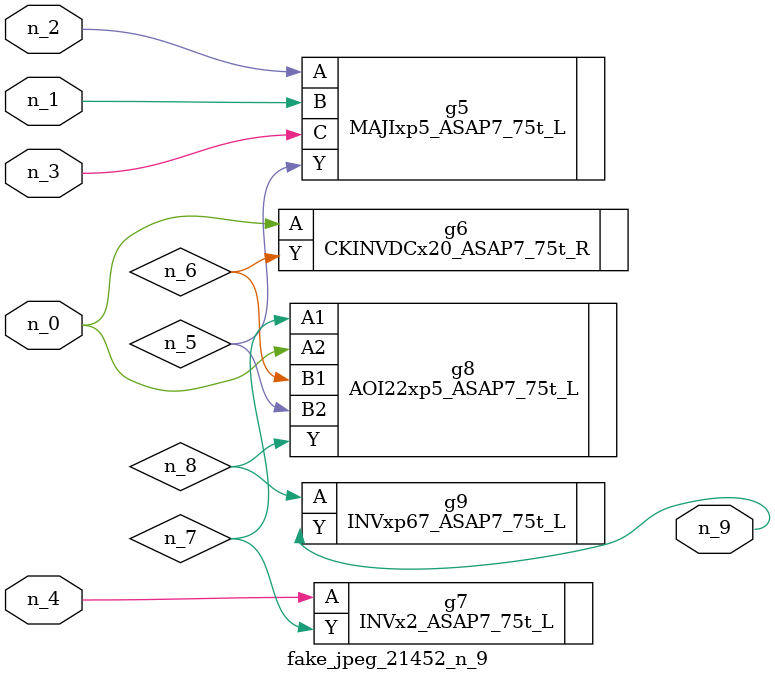
<source format=v>
module fake_jpeg_21452_n_9 (n_3, n_2, n_1, n_0, n_4, n_9);

input n_3;
input n_2;
input n_1;
input n_0;
input n_4;

output n_9;

wire n_8;
wire n_6;
wire n_5;
wire n_7;

MAJIxp5_ASAP7_75t_L g5 ( 
.A(n_2),
.B(n_1),
.C(n_3),
.Y(n_5)
);

CKINVDCx20_ASAP7_75t_R g6 ( 
.A(n_0),
.Y(n_6)
);

INVx2_ASAP7_75t_L g7 ( 
.A(n_4),
.Y(n_7)
);

AOI22xp5_ASAP7_75t_L g8 ( 
.A1(n_7),
.A2(n_0),
.B1(n_6),
.B2(n_5),
.Y(n_8)
);

INVxp67_ASAP7_75t_L g9 ( 
.A(n_8),
.Y(n_9)
);


endmodule
</source>
